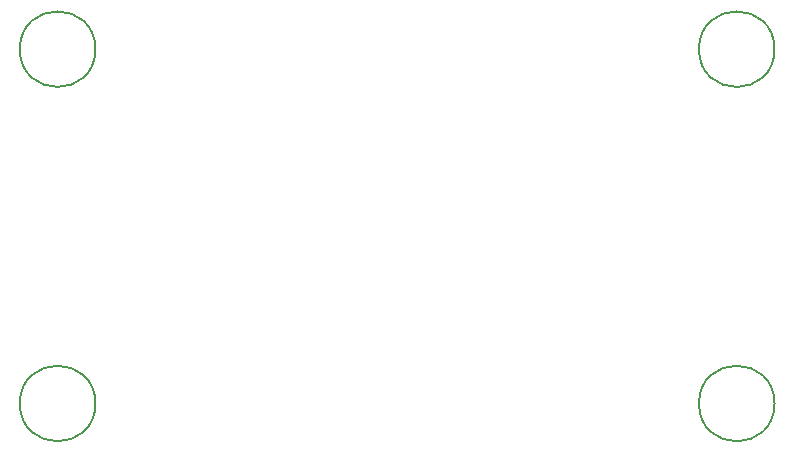
<source format=gbr>
G04 #@! TF.GenerationSoftware,KiCad,Pcbnew,(6.0.5)*
G04 #@! TF.CreationDate,2022-06-23T18:32:15+02:00*
G04 #@! TF.ProjectId,microjuice,6d696372-6f6a-4756-9963-652e6b696361,rev?*
G04 #@! TF.SameCoordinates,Original*
G04 #@! TF.FileFunction,Other,Comment*
%FSLAX46Y46*%
G04 Gerber Fmt 4.6, Leading zero omitted, Abs format (unit mm)*
G04 Created by KiCad (PCBNEW (6.0.5)) date 2022-06-23 18:32:15*
%MOMM*%
%LPD*%
G01*
G04 APERTURE LIST*
%ADD10C,0.150000*%
G04 APERTURE END LIST*
D10*
G04 #@! TO.C,H12*
X154200000Y-133500000D02*
G75*
G03*
X154200000Y-133500000I-3200000J0D01*
G01*
G04 #@! TO.C,H15*
X96700000Y-133500000D02*
G75*
G03*
X96700000Y-133500000I-3200000J0D01*
G01*
G04 #@! TO.C,H13*
X154200000Y-103500000D02*
G75*
G03*
X154200000Y-103500000I-3200000J0D01*
G01*
G04 #@! TO.C,H14*
X96700000Y-103500000D02*
G75*
G03*
X96700000Y-103500000I-3200000J0D01*
G01*
G04 #@! TD*
M02*

</source>
